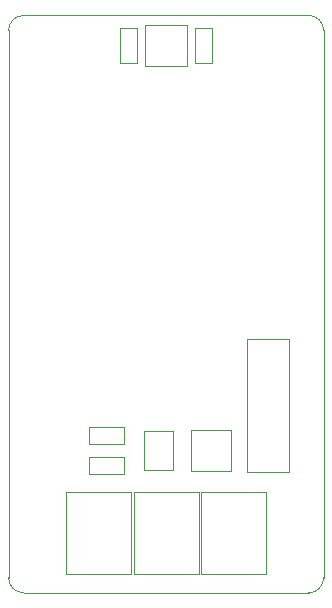
<source format=gbr>
%TF.GenerationSoftware,KiCad,Pcbnew,5.1.5+dfsg1-2~bpo10+1*%
%TF.CreationDate,2020-10-10T09:04:37+00:00*%
%TF.ProjectId,CO2,434f322e-6b69-4636-9164-5f7063625858,rev?*%
%TF.SameCoordinates,Original*%
%TF.FileFunction,Other,User*%
%FSLAX45Y45*%
G04 Gerber Fmt 4.5, Leading zero omitted, Abs format (unit mm)*
G04 Created by KiCad (PCBNEW 5.1.5+dfsg1-2~bpo10+1) date 2020-10-10 09:04:37*
%MOMM*%
%LPD*%
G04 APERTURE LIST*
%ADD10C,0.120000*%
%ADD11C,0.050000*%
G04 APERTURE END LIST*
D10*
X-63500Y-4254500D02*
G75*
G02X-190500Y-4127500I0J127000D01*
G01*
X2476500Y-4127500D02*
G75*
G02X2349500Y-4254500I-127000J0D01*
G01*
X-190500Y507511D02*
G75*
G02X-63500Y634511I127000J0D01*
G01*
X2349500Y634511D02*
G75*
G02X2476500Y507511I0J-127000D01*
G01*
X2476500Y-4127500D02*
X2476500Y508000D01*
X-63500Y-4254500D02*
X2349500Y-4254500D01*
X-190500Y508000D02*
X-190500Y-4127500D01*
X2349500Y634511D02*
X-63500Y634511D01*
D11*
X968000Y206000D02*
X1318000Y206000D01*
X968000Y556000D02*
X968000Y206000D01*
X1318000Y556000D02*
X968000Y556000D01*
X1318000Y206000D02*
X1318000Y556000D01*
X1826600Y-3228000D02*
X2186600Y-3228000D01*
X1826600Y-2108000D02*
X1826600Y-3228000D01*
X2186600Y-2108000D02*
X1826600Y-2108000D01*
X2186600Y-3228000D02*
X2186600Y-2108000D01*
X752500Y233000D02*
X752500Y529000D01*
X898500Y233000D02*
X752500Y233000D01*
X898500Y529000D02*
X898500Y233000D01*
X752500Y529000D02*
X898500Y529000D01*
X1533500Y529000D02*
X1533500Y233000D01*
X1387500Y529000D02*
X1533500Y529000D01*
X1387500Y233000D02*
X1387500Y529000D01*
X1533500Y233000D02*
X1387500Y233000D01*
X783000Y-2994000D02*
X487000Y-2994000D01*
X783000Y-2848000D02*
X783000Y-2994000D01*
X487000Y-2848000D02*
X783000Y-2848000D01*
X487000Y-2994000D02*
X487000Y-2848000D01*
X487000Y-3102000D02*
X783000Y-3102000D01*
X487000Y-3248000D02*
X487000Y-3102000D01*
X783000Y-3248000D02*
X487000Y-3248000D01*
X783000Y-3102000D02*
X783000Y-3248000D01*
X954500Y-3213000D02*
X954500Y-2883000D01*
X954500Y-3213000D02*
X1204500Y-3213000D01*
X1204500Y-2883000D02*
X954500Y-2883000D01*
X1204500Y-2883000D02*
X1204500Y-3213000D01*
X1354000Y-3223000D02*
X1354000Y-2873000D01*
X1694000Y-3223000D02*
X1354000Y-3223000D01*
X1694000Y-2873000D02*
X1694000Y-3223000D01*
X1354000Y-2873000D02*
X1694000Y-2873000D01*
X1439500Y-4091500D02*
X1989500Y-4091500D01*
X1989500Y-4091500D02*
X1989500Y-3401500D01*
X1989500Y-3401500D02*
X1439500Y-3401500D01*
X1439500Y-3401500D02*
X1439500Y-4091500D01*
X868000Y-4091500D02*
X1418000Y-4091500D01*
X1418000Y-4091500D02*
X1418000Y-3401500D01*
X1418000Y-3401500D02*
X868000Y-3401500D01*
X868000Y-3401500D02*
X868000Y-4091500D01*
X296500Y-4091500D02*
X846500Y-4091500D01*
X846500Y-4091500D02*
X846500Y-3401500D01*
X846500Y-3401500D02*
X296500Y-3401500D01*
X296500Y-3401500D02*
X296500Y-4091500D01*
M02*

</source>
